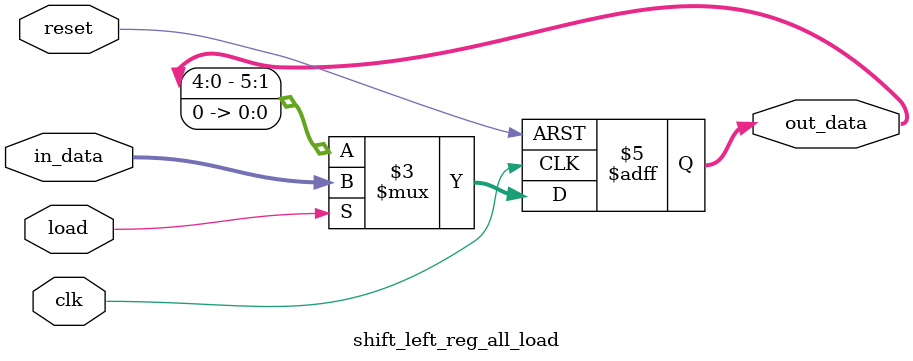
<source format=v>
module shift_left_reg_all_load (
    input wire clk,
    input wire reset,
    input wire load,
    input wire [5:0] in_data,
    output reg [5:0] out_data
);

    always @(posedge clk or posedge reset) begin
        if (reset)
            out_data <= 6'b0;
        else if (load)
            out_data <= in_data;
        else
            out_data <= {out_data[4:0], 1'b0};
    end

endmodule

</source>
